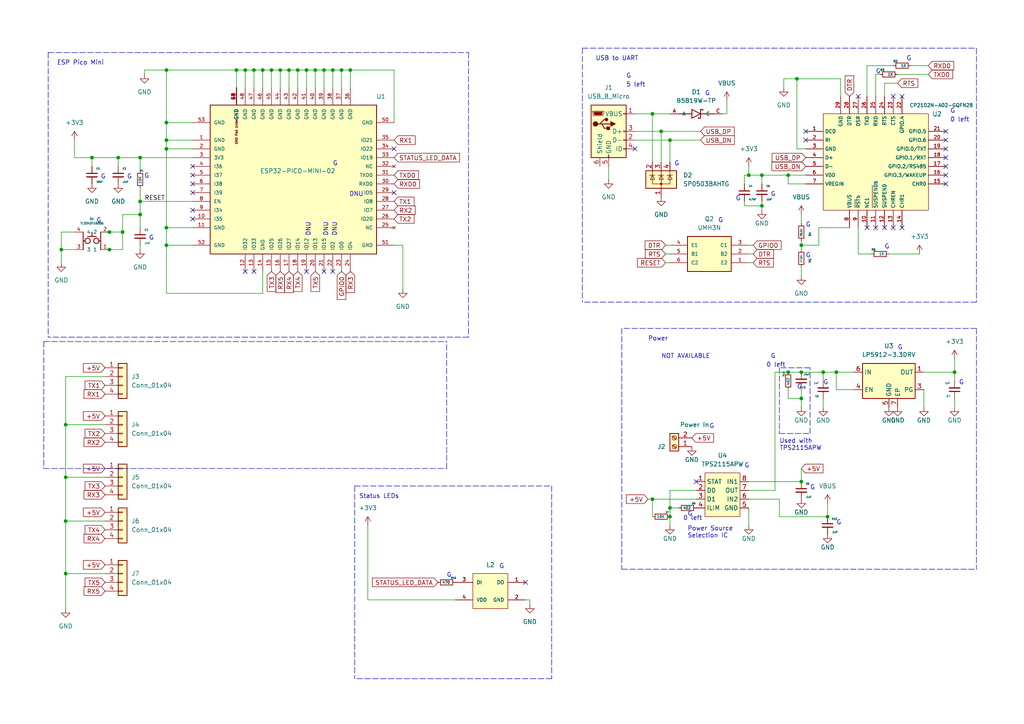
<source format=kicad_sch>
(kicad_sch (version 20211123) (generator eeschema)
  (paper "A4")
  (title_block (title "Kill Switch - Remote") (date "2023-04-12") (rev "1.1") (company "Created by: Greg Hulette") (comment 1 "- LoRa to WiFi Bridge") (comment 2 "- Buttons for Master Relay"))
  (junction (at 220.98 59.69))
  (junction (at 76.2 20.32))
  (junction (at 232.41 139.7))
  (junction (at 88.9 20.32))
  (junction (at 232.41 115.57))
  (junction (at 240.03 149.86))
  (junction (at 48.26 20.32))
  (junction (at 99.06 20.32))
  (junction (at 19.05 151.13))
  (junction (at 228.6 107.95))
  (junction (at 232.41 71.12))
  (junction (at 228.6 50.8))
  (junction (at 48.26 43.18))
  (junction (at 34.29 45.72))
  (junction (at 93.98 20.32))
  (junction (at 17.78 72.39))
  (junction (at 194.31 149.86))
  (junction (at 83.82 20.32))
  (junction (at 48.26 71.12))
  (junction (at 19.05 123.19))
  (junction (at 48.26 40.64))
  (junction (at 68.58 20.32))
  (junction (at 231.14 22.86))
  (junction (at 189.23 33.02))
  (junction (at 71.12 20.32))
  (junction (at 101.6 20.32))
  (junction (at 78.74 20.32))
  (junction (at 48.26 66.04))
  (junction (at 40.64 45.72))
  (junction (at 35.56 67.31))
  (junction (at 40.64 58.42))
  (junction (at 194.31 40.64))
  (junction (at 86.36 20.32))
  (junction (at 217.17 50.8))
  (junction (at 238.76 107.95))
  (junction (at 40.64 62.23))
  (junction (at 73.66 20.32))
  (junction (at 220.98 50.8))
  (junction (at 242.57 107.95))
  (junction (at 91.44 20.32))
  (junction (at 191.77 38.1))
  (junction (at 276.86 107.95))
  (junction (at 189.23 144.78))
  (junction (at 81.28 20.32))
  (junction (at 31.75 72.39))
  (junction (at 26.67 45.72))
  (junction (at 19.05 166.37))
  (junction (at 48.26 35.56))
  (junction (at 31.75 67.31))
  (junction (at 194.31 147.32))
  (junction (at 232.41 107.95))
  (junction (at 19.05 138.43))
  (junction (at 96.52 20.32))
  (no_connect (at 93.98 78.74))
  (no_connect (at 259.08 27.94))
  (no_connect (at 152.4 168.91))
  (no_connect (at 201.93 139.7))
  (no_connect (at 55.88 55.88))
  (no_connect (at 55.88 60.96))
  (no_connect (at 55.88 48.26))
  (no_connect (at 55.88 50.8))
  (no_connect (at 55.88 53.34))
  (no_connect (at 71.12 78.74))
  (no_connect (at 55.88 63.5))
  (no_connect (at 114.3 55.88))
  (no_connect (at 73.66 78.74))
  (no_connect (at 114.3 43.18))
  (no_connect (at 96.52 78.74))
  (no_connect (at 248.92 27.94))
  (no_connect (at 233.68 38.1))
  (no_connect (at 233.68 40.64))
  (no_connect (at 261.62 27.94))
  (no_connect (at 256.54 66.04))
  (no_connect (at 254 66.04))
  (no_connect (at 251.46 66.04))
  (no_connect (at 274.32 53.34))
  (no_connect (at 274.32 38.1))
  (no_connect (at 274.32 40.64))
  (no_connect (at 274.32 43.18))
  (no_connect (at 274.32 45.72))
  (no_connect (at 274.32 48.26))
  (no_connect (at 274.32 50.8))
  (no_connect (at 261.62 66.04))
  (no_connect (at 259.08 66.04))
  (no_connect (at 184.15 43.18))
  (no_connect (at 88.9 78.74))
  (polyline (pts (xy 135.89 15.24) (xy 135.89 97.79)))
  (polyline (pts (xy 102.87 140.97) (xy 160.02 140.97)))
  (polyline (pts (xy 226.06 106.68) (xy 226.06 125.73)))
  (wire (pts (xy 193.04 76.2) (xy 194.31 76.2)))
  (wire (pts (xy 228.6 115.57) (xy 232.41 115.57)))
  (wire (pts (xy 238.76 107.95) (xy 242.57 107.95)))
  (wire (pts (xy 40.64 45.72) (xy 34.29 45.72)))
  (wire (pts (xy 55.88 71.12) (xy 48.26 71.12)))
  (wire (pts (xy 215.9 58.42) (xy 215.9 59.69)))
  (wire (pts (xy 189.23 144.78) (xy 201.93 144.78)))
  (wire (pts (xy 254 27.94) (xy 254 21.59)))
  (wire (pts (xy 232.41 135.89) (xy 232.41 139.7)))
  (wire (pts (xy 256.54 27.94) (xy 256.54 24.13)))
  (wire (pts (xy 224.79 107.95) (xy 228.6 107.95)))
  (wire (pts (xy 217.17 152.4) (xy 217.17 147.32)))
  (wire (pts (xy 48.26 66.04) (xy 55.88 66.04)))
  (wire (pts (xy 71.12 20.32) (xy 71.12 25.4)))
  (polyline (pts (xy 12.7 99.06) (xy 129.54 99.06)))
  (polyline (pts (xy 168.91 13.97) (xy 283.21 13.97)))
  (wire (pts (xy 220.98 53.34) (xy 220.98 50.8)))
  (wire (pts (xy 93.98 20.32) (xy 96.52 20.32)))
  (wire (pts (xy 17.78 67.31) (xy 17.78 72.39)))
  (wire (pts (xy 218.44 73.66) (xy 217.17 73.66)))
  (wire (pts (xy 40.64 58.42) (xy 40.64 62.23)))
  (wire (pts (xy 232.41 77.47) (xy 232.41 80.01)))
  (wire (pts (xy 237.49 66.04) (xy 237.49 71.12)))
  (wire (pts (xy 209.55 33.02) (xy 210.82 33.02)))
  (wire (pts (xy 48.26 71.12) (xy 48.26 66.04)))
  (wire (pts (xy 48.26 43.18) (xy 48.26 40.64)))
  (wire (pts (xy 86.36 20.32) (xy 86.36 25.4)))
  (wire (pts (xy 48.26 20.32) (xy 48.26 35.56)))
  (wire (pts (xy 240.03 146.05) (xy 240.03 149.86)))
  (wire (pts (xy 194.31 147.32) (xy 194.31 149.86)))
  (wire (pts (xy 194.31 73.66) (xy 193.04 73.66)))
  (wire (pts (xy 189.23 33.02) (xy 189.23 46.99)))
  (polyline (pts (xy 283.21 95.25) (xy 283.21 165.1)))
  (wire (pts (xy 91.44 20.32) (xy 91.44 25.4)))
  (polyline (pts (xy 12.7 135.89) (xy 129.54 135.89)))
  (wire (pts (xy 88.9 20.32) (xy 91.44 20.32)))
  (wire (pts (xy 40.64 45.72) (xy 40.64 49.53)))
  (polyline (pts (xy 283.21 87.63) (xy 168.91 87.63)))
  (wire (pts (xy 19.05 151.13) (xy 19.05 166.37)))
  (wire (pts (xy 217.17 142.24) (xy 224.79 142.24)))
  (wire (pts (xy 48.26 40.64) (xy 55.88 40.64)))
  (wire (pts (xy 35.56 62.23) (xy 35.56 67.31)))
  (polyline (pts (xy 135.89 97.79) (xy 13.97 97.79)))
  (wire (pts (xy 228.6 50.8) (xy 220.98 50.8)))
  (wire (pts (xy 21.59 40.64) (xy 21.59 45.72)))
  (wire (pts (xy 201.93 142.24) (xy 194.31 142.24)))
  (wire (pts (xy 215.9 59.69) (xy 220.98 59.69)))
  (wire (pts (xy 30.48 138.43) (xy 19.05 138.43)))
  (wire (pts (xy 30.48 72.39) (xy 31.75 72.39)))
  (wire (pts (xy 19.05 138.43) (xy 19.05 151.13)))
  (wire (pts (xy 276.86 118.11) (xy 276.86 115.57)))
  (polyline (pts (xy 180.34 95.25) (xy 180.34 165.1)))
  (wire (pts (xy 264.16 19.05) (xy 269.24 19.05)))
  (wire (pts (xy 220.98 58.42) (xy 220.98 59.69)))
  (wire (pts (xy 232.41 71.12) (xy 232.41 72.39)))
  (wire (pts (xy 55.88 45.72) (xy 40.64 45.72)))
  (wire (pts (xy 86.36 20.32) (xy 88.9 20.32)))
  (wire (pts (xy 26.67 45.72) (xy 21.59 45.72)))
  (wire (pts (xy 17.78 72.39) (xy 21.59 72.39)))
  (wire (pts (xy 73.66 20.32) (xy 76.2 20.32)))
  (wire (pts (xy 153.67 173.99) (xy 152.4 173.99)))
  (polyline (pts (xy 168.91 13.97) (xy 168.91 87.63)))
  (wire (pts (xy 83.82 20.32) (xy 86.36 20.32)))
  (wire (pts (xy 48.26 20.32) (xy 68.58 20.32)))
  (wire (pts (xy 176.53 48.26) (xy 176.53 52.07)))
  (wire (pts (xy 71.12 20.32) (xy 73.66 20.32)))
  (wire (pts (xy 40.64 71.12) (xy 40.64 72.39)))
  (wire (pts (xy 233.68 50.8) (xy 228.6 50.8)))
  (wire (pts (xy 30.48 151.13) (xy 19.05 151.13)))
  (wire (pts (xy 247.65 113.03) (xy 242.57 113.03)))
  (wire (pts (xy 220.98 59.69) (xy 220.98 60.96)))
  (wire (pts (xy 184.15 40.64) (xy 194.31 40.64)))
  (wire (pts (xy 227.33 22.86) (xy 227.33 25.4)))
  (wire (pts (xy 40.64 54.61) (xy 40.64 58.42)))
  (wire (pts (xy 81.28 20.32) (xy 83.82 20.32)))
  (wire (pts (xy 238.76 110.49) (xy 238.76 107.95)))
  (wire (pts (xy 194.31 147.32) (xy 196.85 147.32)))
  (wire (pts (xy 19.05 123.19) (xy 19.05 138.43)))
  (wire (pts (xy 237.49 71.12) (xy 232.41 71.12)))
  (wire (pts (xy 267.97 107.95) (xy 276.86 107.95)))
  (wire (pts (xy 101.6 25.4) (xy 101.6 20.32)))
  (wire (pts (xy 76.2 78.74) (xy 76.2 85.09)))
  (wire (pts (xy 194.31 40.64) (xy 194.31 46.99)))
  (wire (pts (xy 17.78 72.39) (xy 17.78 76.2)))
  (wire (pts (xy 210.82 29.21) (xy 210.82 33.02)))
  (wire (pts (xy 76.2 25.4) (xy 76.2 20.32)))
  (wire (pts (xy 30.48 123.19) (xy 19.05 123.19)))
  (wire (pts (xy 26.67 45.72) (xy 26.67 48.26)))
  (wire (pts (xy 217.17 76.2) (xy 218.44 76.2)))
  (wire (pts (xy 231.14 22.86) (xy 227.33 22.86)))
  (wire (pts (xy 96.52 20.32) (xy 96.52 25.4)))
  (wire (pts (xy 226.06 144.78) (xy 226.06 149.86)))
  (wire (pts (xy 106.68 173.99) (xy 132.08 173.99)))
  (wire (pts (xy 194.31 142.24) (xy 194.31 147.32)))
  (wire (pts (xy 30.48 166.37) (xy 19.05 166.37)))
  (wire (pts (xy 68.58 20.32) (xy 68.58 25.4)))
  (wire (pts (xy 232.41 107.95) (xy 238.76 107.95)))
  (wire (pts (xy 228.6 107.95) (xy 232.41 107.95)))
  (wire (pts (xy 41.91 20.32) (xy 48.26 20.32)))
  (polyline (pts (xy 226.06 125.73) (xy 234.95 125.73)))
  (wire (pts (xy 242.57 107.95) (xy 247.65 107.95)))
  (wire (pts (xy 233.68 53.34) (xy 228.6 53.34)))
  (wire (pts (xy 224.79 107.95) (xy 224.79 142.24)))
  (wire (pts (xy 48.26 85.09) (xy 48.26 71.12)))
  (wire (pts (xy 276.86 104.14) (xy 276.86 107.95)))
  (wire (pts (xy 34.29 45.72) (xy 34.29 48.26)))
  (polyline (pts (xy 160.02 140.97) (xy 160.02 196.85)))
  (wire (pts (xy 184.15 33.02) (xy 189.23 33.02)))
  (wire (pts (xy 232.41 139.7) (xy 217.17 139.7)))
  (wire (pts (xy 99.06 20.32) (xy 101.6 20.32)))
  (wire (pts (xy 114.3 20.32) (xy 101.6 20.32)))
  (wire (pts (xy 78.74 20.32) (xy 78.74 25.4)))
  (wire (pts (xy 35.56 62.23) (xy 40.64 62.23)))
  (polyline (pts (xy 102.87 140.97) (xy 102.87 196.85)))
  (wire (pts (xy 96.52 20.32) (xy 99.06 20.32)))
  (wire (pts (xy 226.06 149.86) (xy 240.03 149.86)))
  (wire (pts (xy 116.84 71.12) (xy 116.84 83.82)))
  (wire (pts (xy 191.77 38.1) (xy 191.77 46.99)))
  (polyline (pts (xy 129.54 135.89) (xy 129.54 99.06)))
  (wire (pts (xy 233.68 43.18) (xy 231.14 43.18)))
  (polyline (pts (xy 180.34 165.1) (xy 283.21 165.1)))
  (wire (pts (xy 187.96 144.78) (xy 189.23 144.78)))
  (wire (pts (xy 153.67 175.26) (xy 153.67 173.99)))
  (wire (pts (xy 19.05 109.22) (xy 19.05 123.19)))
  (wire (pts (xy 81.28 20.32) (xy 81.28 25.4)))
  (wire (pts (xy 248.92 73.66) (xy 252.73 73.66)))
  (wire (pts (xy 35.56 67.31) (xy 35.56 72.39)))
  (wire (pts (xy 41.91 20.32) (xy 41.91 21.59)))
  (wire (pts (xy 251.46 27.94) (xy 251.46 19.05)))
  (wire (pts (xy 88.9 20.32) (xy 88.9 25.4)))
  (wire (pts (xy 232.41 62.23) (xy 232.41 64.77)))
  (wire (pts (xy 254 21.59) (xy 255.27 21.59)))
  (wire (pts (xy 232.41 113.03) (xy 232.41 115.57)))
  (wire (pts (xy 93.98 20.32) (xy 93.98 25.4)))
  (wire (pts (xy 31.75 67.31) (xy 35.56 67.31)))
  (wire (pts (xy 248.92 66.04) (xy 248.92 73.66)))
  (wire (pts (xy 217.17 48.26) (xy 217.17 50.8)))
  (wire (pts (xy 83.82 20.32) (xy 83.82 25.4)))
  (wire (pts (xy 40.64 58.42) (xy 55.88 58.42)))
  (wire (pts (xy 106.68 152.4) (xy 106.68 173.99)))
  (wire (pts (xy 30.48 67.31) (xy 31.75 67.31)))
  (wire (pts (xy 17.78 67.31) (xy 21.59 67.31)))
  (polyline (pts (xy 283.21 13.97) (xy 283.21 87.63)))
  (wire (pts (xy 243.84 27.94) (xy 243.84 22.86)))
  (wire (pts (xy 232.41 69.85) (xy 232.41 71.12)))
  (wire (pts (xy 215.9 50.8) (xy 217.17 50.8)))
  (wire (pts (xy 48.26 43.18) (xy 55.88 43.18)))
  (polyline (pts (xy 12.7 99.06) (xy 12.7 135.89)))
  (wire (pts (xy 91.44 20.32) (xy 93.98 20.32)))
  (wire (pts (xy 217.17 50.8) (xy 220.98 50.8)))
  (wire (pts (xy 73.66 20.32) (xy 73.66 25.4)))
  (wire (pts (xy 114.3 35.56) (xy 114.3 20.32)))
  (polyline (pts (xy 234.95 106.68) (xy 226.06 106.68)))
  (wire (pts (xy 257.81 73.66) (xy 266.7 73.66)))
  (wire (pts (xy 232.41 115.57) (xy 232.41 118.11)))
  (wire (pts (xy 217.17 144.78) (xy 226.06 144.78)))
  (polyline (pts (xy 283.21 95.25) (xy 180.34 95.25)))
  (wire (pts (xy 40.64 62.23) (xy 40.64 66.04)))
  (wire (pts (xy 55.88 35.56) (xy 48.26 35.56)))
  (wire (pts (xy 189.23 33.02) (xy 194.31 33.02)))
  (wire (pts (xy 184.15 38.1) (xy 191.77 38.1)))
  (wire (pts (xy 30.48 109.22) (xy 19.05 109.22)))
  (wire (pts (xy 78.74 20.32) (xy 81.28 20.32)))
  (wire (pts (xy 48.26 35.56) (xy 48.26 40.64)))
  (wire (pts (xy 189.23 144.78) (xy 189.23 149.86)))
  (polyline (pts (xy 160.02 196.85) (xy 102.87 196.85)))
  (wire (pts (xy 215.9 53.34) (xy 215.9 50.8)))
  (wire (pts (xy 34.29 45.72) (xy 26.67 45.72)))
  (wire (pts (xy 260.35 21.59) (xy 269.24 21.59)))
  (wire (pts (xy 191.77 38.1) (xy 203.2 38.1)))
  (wire (pts (xy 48.26 66.04) (xy 48.26 43.18)))
  (wire (pts (xy 231.14 43.18) (xy 231.14 22.86)))
  (polyline (pts (xy 234.95 125.73) (xy 234.95 106.68)))
  (wire (pts (xy 76.2 20.32) (xy 78.74 20.32)))
  (wire (pts (xy 76.2 85.09) (xy 48.26 85.09)))
  (wire (pts (xy 276.86 110.49) (xy 276.86 107.95)))
  (wire (pts (xy 256.54 24.13) (xy 260.35 24.13)))
  (wire (pts (xy 217.17 71.12) (xy 218.44 71.12)))
  (wire (pts (xy 242.57 113.03) (xy 242.57 107.95)))
  (wire (pts (xy 193.04 71.12) (xy 194.31 71.12)))
  (wire (pts (xy 194.31 149.86) (xy 194.31 152.4)))
  (polyline (pts (xy 13.97 15.24) (xy 135.89 15.24)))
  (wire (pts (xy 228.6 53.34) (xy 228.6 50.8)))
  (wire (pts (xy 237.49 66.04) (xy 246.38 66.04)))
  (wire (pts (xy 238.76 115.57) (xy 238.76 118.11)))
  (wire (pts (xy 31.75 72.39) (xy 35.56 72.39)))
  (wire (pts (xy 251.46 19.05) (xy 259.08 19.05)))
  (wire (pts (xy 68.58 20.32) (xy 71.12 20.32)))
  (wire (pts (xy 243.84 22.86) (xy 231.14 22.86)))
  (wire (pts (xy 194.31 40.64) (xy 203.2 40.64)))
  (wire (pts (xy 267.97 118.11) (xy 267.97 113.03)))
  (wire (pts (xy 99.06 20.32) (xy 99.06 25.4)))
  (wire (pts (xy 114.3 71.12) (xy 116.84 71.12)))
  (wire (pts (xy 19.05 166.37) (xy 19.05 176.53)))
  (polyline (pts (xy 13.97 15.24) (xy 13.97 97.79)))
  (wire (pts (xy 228.6 113.03) (xy 228.6 115.57)))
  (text "G" (at 215.9 135.89 0) (effects (font (size 1.27 1.27)) (justify left bottom)))
  (text "G" (at 254 21.59 0) (effects (font (size 1.27 1.27)) (justify left bottom)))
  (text "0 left" (at 275.59 35.56 0) (effects (font (size 1.27 1.27)) (justify left bottom)))
  (text "Power" (at 187.96 99.06 0) (effects (font (size 1.27 1.27)) (justify left bottom)))
  (text "G" (at 96.52 48.26 0) (effects (font (size 1.27 1.27)) (justify left bottom)))
  (text "G" (at 43.18 69.85 0) (effects (font (size 1.27 1.27)) (justify left bottom)))
  (text "DNU" (at 90.17 68.58 90) (effects (font (size 1.27 1.27)) (justify left bottom)))
  (text "G" (at 41.8215 51.8785 0) (effects (font (size 1.27 1.27)) (justify left bottom)))
  (text "G" (at 205.74 124.46 0) (effects (font (size 1.27 1.27)) (justify left bottom)))
  (text "G" (at 233.68 66.04 0) (effects (font (size 1.27 1.27)) (justify left bottom)))
  (text "DNU" (at 97.79 68.58 90) (effects (font (size 1.27 1.27)) (justify left bottom)))
  (text "G" (at 36.83 52.07 0) (effects (font (size 1.27 1.27)) (justify left bottom)))
  (text "G" (at 223.52 57.15 0) (effects (font (size 1.27 1.27)) (justify left bottom)))
  (text "G" (at 223.52 104.14 0) (effects (font (size 1.27 1.27)) (justify left bottom)))
  (text "G" (at 199.39 149.86 0) (effects (font (size 1.27 1.27)) (justify left bottom)))
  (text "G" (at 242.57 152.4 0) (effects (font (size 1.27 1.27)) (justify left bottom)))
  (text "G" (at 256.54 72.39 0) (effects (font (size 1.27 1.27)) (justify left bottom)))
  (text "ESP Pico Mini" (at 16.51 19.05 0) (effects (font (size 1.27 1.27)) (justify left bottom)))
  (text "G" (at 231.14 113.03 0) (effects (font (size 1.27 1.27)) (justify left bottom)))
  (text "G" (at 208.28 64.77 0) (effects (font (size 1.27 1.27)) (justify left bottom)))
  (text "G" (at 234.95 142.24 0) (effects (font (size 1.27 1.27)) (justify left bottom)))
  (text "NOT AVAILABLE" (at 191.77 104.14 0) (effects (font (size 1.27 1.27)) (justify left bottom)))
  (text "G" (at 262.89 17.78 0) (effects (font (size 1.27 1.27)) (justify left bottom)))
  (text "G" (at 27.94 64.77 0) (effects (font (size 1.27 1.27)) (justify left bottom)))
  (text "G" (at 181.61 22.86 0) (effects (font (size 1.27 1.27)) (justify left bottom)))
  (text "G" (at 204.47 27.94 0) (effects (font (size 1.27 1.27)) (justify left bottom)))
  (text "G" (at 213.36 58.42 0) (effects (font (size 1.27 1.27)) (justify left bottom)))
  (text "0 left" (at 198.12 151.13 0) (effects (font (size 1.27 1.27)) (justify left bottom)))
  (text "5 left" (at 181.61 25.4 0) (effects (font (size 1.27 1.27)) (justify left bottom)))
  (text "G" (at 233.68 74.93 0) (effects (font (size 1.27 1.27)) (justify left bottom)))
  (text "G" (at 29.21 52.07 0) (effects (font (size 1.27 1.27)) (justify left bottom)))
  (text "G" (at 144.78 165.1 0) (effects (font (size 1.27 1.27)) (justify left bottom)))
  (text "G" (at 238.76 111.76 0) (effects (font (size 1.27 1.27)) (justify left bottom)))
  (text "Power Source \nSelection IC" (at 199.39 156.21 0) (effects (font (size 1.27 1.27)) (justify left bottom)))
  (text "DNU" (at 95.25 68.58 90) (effects (font (size 1.27 1.27)) (justify left bottom)))
  (text "Status LEDs" (at 104.14 144.78 0) (effects (font (size 1.27 1.27)) (justify left bottom)))
  (text "Used with \nTPS2115APW" (at 226.06 130.81 0) (effects (font (size 1.27 1.27)) (justify left bottom)))
  (text "G" (at 129.54 167.64 0) (effects (font (size 1.27 1.27)) (justify left bottom)))
  (text "G" (at 195.58 48.26 0) (effects (font (size 1.27 1.27)) (justify left bottom)))
  (text "USB to UART" (at 172.72 17.78 0) (effects (font (size 1.27 1.27)) (justify left bottom)))
  (text "G" (at 278.13 111.76 0) (effects (font (size 1.27 1.27)) (justify left bottom)))
  (text "0 left" (at 222.25 106.68 0) (effects (font (size 1.27 1.27)) (justify left bottom)))
  (text "DNU" (at 105.41 57.15 180) (effects (font (size 1.27 1.27)) (justify right bottom)))
  (text "G" (at 260.35 101.6 0) (effects (font (size 1.27 1.27)) (justify left bottom)))
  (text "G" (at 275.59 33.02 0) (effects (font (size 1.27 1.27)) (justify left bottom)))
  (label "RESET" (at 41.91 58.42 0))
  (global_label "+5V" (shape input) (at 187.96 144.78 180) (property "Intersheet References" "${INTERSHEET_REFS}" (effects hide)))
  (global_label "RX5" (shape input) (at 30.48 171.45 180) (property "Intersheet References" "${INTERSHEET_REFS}" (effects hide)))
  (global_label "TXD0" (shape input) (at 114.3 50.8 0) (property "Intersheet References" "${INTERSHEET_REFS}" (effects hide)))
  (global_label "TXD0" (shape input) (at 269.24 21.59 0) (property "Intersheet References" "${INTERSHEET_REFS}" (effects hide)))
  (global_label "TX2" (shape input) (at 114.3 63.5 0) (property "Intersheet References" "${INTERSHEET_REFS}" (effects hide)))
  (global_label "+5V" (shape input) (at 232.41 135.89 0) (property "Intersheet References" "${INTERSHEET_REFS}" (effects hide)))
  (global_label "GPIO0" (shape input) (at 218.44 71.12 0) (property "Intersheet References" "${INTERSHEET_REFS}" (effects hide)))
  (global_label "GPIO0" (shape input) (at 99.06 78.74 270) (property "Intersheet References" "${INTERSHEET_REFS}" (effects hide)))
  (global_label "TX1" (shape input) (at 30.48 111.76 180) (property "Intersheet References" "${INTERSHEET_REFS}" (effects hide)))
  (global_label "RX1" (shape input) (at 30.48 114.3 180) (property "Intersheet References" "${INTERSHEET_REFS}" (effects hide)))
  (global_label "TX2" (shape input) (at 30.48 125.73 180) (property "Intersheet References" "${INTERSHEET_REFS}" (effects hide)))
  (global_label "RX4" (shape input) (at 30.48 156.21 180) (property "Intersheet References" "${INTERSHEET_REFS}" (effects hide)))
  (global_label "+5V" (shape input) (at 30.48 120.65 180) (property "Intersheet References" "${INTERSHEET_REFS}" (effects hide)))
  (global_label "+5V" (shape input) (at 30.48 135.89 180) (property "Intersheet References" "${INTERSHEET_REFS}" (effects hide)))
  (global_label "RTS" (shape input) (at 218.44 76.2 0) (property "Intersheet References" "${INTERSHEET_REFS}" (effects hide)))
  (global_label "DTR" (shape input) (at 193.04 71.12 180) (property "Intersheet References" "${INTERSHEET_REFS}" (effects hide)))
  (global_label "USB_DP" (shape input) (at 203.2 38.1 0) (property "Intersheet References" "${INTERSHEET_REFS}" (effects hide)))
  (global_label "TX1" (shape input) (at 114.3 58.42 0) (property "Intersheet References" "${INTERSHEET_REFS}" (effects hide)))
  (global_label "USB_DN" (shape input) (at 233.68 48.26 180) (property "Intersheet References" "${INTERSHEET_REFS}" (effects hide)))
  (global_label "USB_DN" (shape input) (at 203.2 40.64 0) (property "Intersheet References" "${INTERSHEET_REFS}" (effects hide)))
  (global_label "STATUS_LED_DATA" (shape input) (at 127 168.91 180) (property "Intersheet References" "${INTERSHEET_REFS}" (effects hide)))
  (global_label "RX3" (shape input) (at 30.48 143.51 180) (property "Intersheet References" "${INTERSHEET_REFS}" (effects hide)))
  (global_label "TX3" (shape input) (at 30.48 140.97 180) (property "Intersheet References" "${INTERSHEET_REFS}" (effects hide)))
  (global_label "RTS" (shape input) (at 193.04 73.66 180) (property "Intersheet References" "${INTERSHEET_REFS}" (effects hide)))
  (global_label "RXD0" (shape input) (at 114.3 53.34 0) (property "Intersheet References" "${INTERSHEET_REFS}" (effects hide)))
  (global_label "DTR" (shape input) (at 218.44 73.66 0) (property "Intersheet References" "${INTERSHEET_REFS}" (effects hide)))
  (global_label "+5V" (shape input) (at 30.48 106.68 180) (property "Intersheet References" "${INTERSHEET_REFS}" (effects hide)))
  (global_label "TX4" (shape input) (at 86.36 78.74 270) (property "Intersheet References" "${INTERSHEET_REFS}" (effects hide)))
  (global_label "STATUS_LED_DATA" (shape input) (at 114.3 45.72 0) (property "Intersheet References" "${INTERSHEET_REFS}" (effects hide)))
  (global_label "RESET" (shape input) (at 193.04 76.2 180) (property "Intersheet References" "${INTERSHEET_REFS}" (effects hide)))
  (global_label "RXD0" (shape input) (at 269.24 19.05 0) (property "Intersheet References" "${INTERSHEET_REFS}" (effects hide)))
  (global_label "RTS" (shape input) (at 260.35 24.13 0) (property "Intersheet References" "${INTERSHEET_REFS}" (effects hide)))
  (global_label "+5V" (shape input) (at 30.48 148.59 180) (property "Intersheet References" "${INTERSHEET_REFS}" (effects hide)))
  (global_label "TX3" (shape input) (at 78.74 78.74 270) (property "Intersheet References" "${INTERSHEET_REFS}" (effects hide)))
  (global_label "RX3" (shape input) (at 101.6 78.74 270) (property "Intersheet References" "${INTERSHEET_REFS}" (effects hide)))
  (global_label "RX2" (shape input) (at 30.48 128.27 180) (property "Intersheet References" "${INTERSHEET_REFS}" (effects hide)))
  (global_label "DTR" (shape input) (at 246.38 27.94 90) (property "Intersheet References" "${INTERSHEET_REFS}" (effects hide)))
  (global_label "TX4" (shape input) (at 30.48 153.67 180) (property "Intersheet References" "${INTERSHEET_REFS}" (effects hide)))
  (global_label "USB_DP" (shape input) (at 233.68 45.72 180) (property "Intersheet References" "${INTERSHEET_REFS}" (effects hide)))
  (global_label "RX1" (shape input) (at 114.3 40.64 0) (property "Intersheet References" "${INTERSHEET_REFS}" (effects hide)))
  (global_label "+5V" (shape input) (at 200.66 127 0) (property "Intersheet References" "${INTERSHEET_REFS}" (effects hide)))
  (global_label "+5V" (shape input) (at 30.48 163.83 180) (property "Intersheet References" "${INTERSHEET_REFS}" (effects hide)))
  (global_label "TX5" (shape input) (at 30.48 168.91 180) (property "Intersheet References" "${INTERSHEET_REFS}" (effects hide)))
  (global_label "RX5" (shape input) (at 81.28 78.74 270) (property "Intersheet References" "${INTERSHEET_REFS}" (effects hide)))
  (global_label "RX4" (shape input) (at 83.82 78.74 270) (property "Intersheet References" "${INTERSHEET_REFS}" (effects hide)))
  (global_label "RX2" (shape input) (at 114.3 60.96 0) (property "Intersheet References" "${INTERSHEET_REFS}" (effects hide)))
  (global_label "TX5" (shape input) (at 91.44 78.74 270) (property "Intersheet References" "${INTERSHEET_REFS}" (effects hide)))
  (symbol (lib_id "power:GND") (at 41.91 21.59 0) (unit 1)
    (property "Reference" "#PWR0136" (effects hide))
    (property "Value" "GND" (at 41.91 26.67 0))
  )
  (symbol (lib_id "power:GND") (at 217.17 152.4 0) (unit 1)
    (property "Reference" "#PWR0110" (effects hide))
    (property "Value" "GND" (at 217.17 156.21 0))
  )
  (symbol (lib_id "power:GND") (at 227.33 25.4 0) (unit 1)
    (property "Reference" "#PWR0108" (effects hide))
    (property "Value" "GND" (at 227.33 30.48 0))
  )
  (symbol (lib_id "Device:C_Small") (at 40.64 68.58 0) (unit 1)
    (property "Reference" "C3" (at 41.91 66.6813 0) (effects (font (size 0.5 0.5)) (justify left)))
    (property "Value" ".1uF" (at 41.91 70.4913 0) (effects (font (size 0.5 0.5)) (justify left)))
    (property "Footprint" "Capacitor_SMD:C_0402_1005Metric" (effects hide))
    (property "Datasheet" "https://www.we-online.com/katalog/datasheet/885012206020.pdf" (effects hide))
    (property "Manufacturers Name" " Samsung Electro-Mechanics" (effects hide))
    (property "Manufacturers Part Number" "CL05B104KB54PNC" (effects hide))
    (property "LCSC" "C307331" (effects hide))
  )
  (symbol (lib_id "Connector_Generic:Conn_01x04") (at 35.56 123.19 0) (unit 1)
    (property "Reference" "J4" (at 38.1 123.1899 0) (effects (justify left)))
    (property "Value" "Conn_01x04" (at 38.1 125.7299 0) (effects (justify left)))
    (property "Footprint" "Connector_PinHeader_2.54mm:PinHeader_1x04_P2.54mm_Vertical" (effects hide))
    (property "LCSC" "C2691448" (effects hide))
    (property "Manufacturer" "XFCN" (effects hide))
    (property "Manufacturer's Part Number" "PZ254V-11-04P" (effects hide))
  )
  (symbol (lib_id "power:GND") (at 220.98 60.96 0) (unit 1)
    (property "Reference" "#PWR0105" (effects hide))
    (property "Value" "GND" (at 220.98 64.77 0))
  )
  (symbol (lib_id "Device:C_Small") (at 220.98 55.88 0) (unit 1)
    (property "Reference" "C5" (at 222.25 53.9813 0) (effects (font (size 0.5 0.5)) (justify left)))
    (property "Value" ".1uF" (at 222.25 57.7913 0) (effects (font (size 0.5 0.5)) (justify left)))
    (property "Footprint" "Capacitor_SMD:C_0402_1005Metric" (effects hide))
    (property "Datasheet" "https://www.we-online.com/katalog/datasheet/885012206020.pdf" (effects hide))
    (property "Manufacturers Name" "Samsung Electro-Mechanics" (effects hide))
    (property "Manufacturers Part Number" "CL05B104KB54PNC" (effects hide))
    (property "LCSC" "C307331" (effects hide))
  )
  (symbol (lib_id "Regulator_Linear:LP5912-3.3DRV") (at 257.81 110.49 0) (unit 1)
    (property "Reference" "U3" (at 257.81 100.33 0))
    (property "Value" "LP5912-3.3DRV" (at 257.81 102.87 0))
    (property "Footprint" "Package_SON:WSON-6-1EP_2x2mm_P0.65mm_EP1x1.6mm_ThermalVias" (effects hide))
    (property "Datasheet" "http://www.ti.com/lit/ds/symlink/lp5912.pdf" (effects hide))
    (property "Manufacturers Name" "Texas Instruments" (effects hide))
    (property "Manufacturers Part Number" "LP5912Q3.3DRVTQ1" (effects hide))
    (property "LCSC" "C2876187" (effects hide))
  )
  (symbol (lib_id "Device:R_Small") (at 129.54 168.91 270) (unit 1)
    (property "Reference" "R16" (at 130.8101 167.64 90) (effects (font (size 0.5 0.5)) (justify left)))
    (property "Value" "470" (at 128.2701 168.91 90) (effects (font (size 0.75 0.75)) (justify left)))
    (property "Footprint" "Resistor_SMD:R_0402_1005Metric" (effects hide))
    (property "Datasheet" "https://www.yageo.com/upload/media/product/productsearch/datasheet/rchip/PYu-RC_Group_51_RoHS_L_12.pdf" (effects hide))
    (property "Manufacturers Name" "YAGEO" (effects hide))
    (property "Manufacturers Part Number" "RT0402BRD07470RL" (effects hide))
    (property "LCSC" "C852799" (effects hide))
  )
  (symbol (lib_id "Device:C_Small") (at 240.03 152.4 0) (unit 1)
    (property "Reference" "C12" (at 241.3 150.5013 0) (effects (font (size 0.5 0.5)) (justify left)))
    (property "Value" ".1uF" (at 241.3 154.3113 0) (effects (font (size 0.5 0.5)) (justify left)))
    (property "Footprint" "Capacitor_SMD:C_0402_1005Metric" (effects hide))
    (property "Datasheet" "https://www.we-online.com/katalog/datasheet/885012206020.pdf" (effects hide))
    (property "Manufacturers Name" "Samsung Electro-Mechanics" (effects hide))
    (property "Manufacturers Part Number" "CL05B104KB54PNC" (effects hide))
    (property "LCSC" "C307331" (effects hide))
  )
  (symbol (lib_id "power:+3.3V") (at 106.68 152.4 0) (unit 1)
    (property "Reference" "#PWR0130" (effects hide))
    (property "Value" "+3.3V" (at 106.68 147.32 0))
  )
  (symbol (lib_id "power:GND") (at 257.81 118.11 0) (unit 1)
    (property "Reference" "#PWR0121" (effects hide))
    (property "Value" "GND" (at 257.81 121.92 0))
  )
  (symbol (lib_id "power:GND") (at 153.67 175.26 0) (unit 1)
    (property "Reference" "#PWR0128" (effects hide))
    (property "Value" "GND" (at 153.67 180.34 0))
  )
  (symbol (lib_id "power:GND") (at 191.77 57.15 0) (unit 1)
    (property "Reference" "#PWR0103" (effects hide))
    (property "Value" "GND" (at 191.77 62.23 0))
  )
  (symbol (lib_id "Custom:CP2102N-A02-GQFN28") (at 254 45.72 0) (unit 1)
    (property "Reference" "U2" (at 271.78 33.0706 0))
    (property "Value" "CP2102N-A02-GQFN28" (at 273.05 30.5307 0) (effects (font (size 1.016 1.016))))
    (property "Footprint" "Package_DFN_QFN:QFN-28-1EP_5x5mm_P0.5mm_EP3.35x3.35mm" (effects hide))
    (property "Manufacturers Name" "Silicon Labs" (effects hide))
    (property "Manufacturers Part Number" "CP2102N-A02-GQFN28" (effects hide))
    (property "Digikey Part Number" "336-5889-ND" (effects hide))
    (property "Mouser Part Number" "634-CP2102NA02GQFN28 " (effects hide))
    (property "LCSC" "C964632" (effects hide))
  )
  (symbol (lib_id "Device:R_Small") (at 232.41 74.93 0) (unit 1)
    (property "Reference" "R5" (at 234.95 76.1999 90) (effects (font (size 0.6 0.6)) (justify left)))
    (property "Value" "47.5K" (at 232.41 76.1999 90) (effects (font (size 0.5 0.5)) (justify left)))
    (property "Footprint" "Resistor_SMD:R_0402_1005Metric" (effects hide))
    (property "Datasheet" "https://www.yageo.com/upload/media/product/productsearch/datasheet/rchip/PYu-RC_Group_51_RoHS_L_12.pdf" (effects hide))
    (property "Manufacturers Name" "YAGEO" (effects hide))
    (property "Manufacturers Part Number" "RC0402FR-0747K5L" (effects hide))
    (property "Digikey Part Number" "311-47.5KLRCT-ND" (effects hide))
    (property "Mouser Part Number" "603-RC0402FR-0747K5L " (effects hide))
    (property "LCSC" "C319605" (effects hide))
  )
  (symbol (lib_id "power:VBUS") (at 240.03 146.05 0) (unit 1)
    (property "Reference" "#PWR0118" (effects hide))
    (property "Value" "VBUS" (at 240.03 140.97 0))
  )
  (symbol (lib_id "Power_Protection:SP0503BAHT") (at 191.77 52.07 0) (unit 1)
    (property "Reference" "D2" (at 198.12 50.7999 0) (effects (justify left)))
    (property "Value" "SP0503BAHTG" (at 198.12 53.3399 0) (effects (justify left)))
    (property "Footprint" "Package_TO_SOT_SMD:SOT-143" (effects hide))
    (property "Datasheet" "http://www.littelfuse.com/~/media/files/littelfuse/technical%20resources/documents/data%20sheets/sp05xxba.pdf" (effects hide))
    (property "Manufacturers Name" "Littelfuse Inc." (effects hide))
    (property "Manufacturers Part Number" "SP0503BAHTG" (effects hide))
    (property "Digikey Part Number" "F2715CT-ND" (effects hide))
    (property "Mouser Part Number" "576-SP0503BAHTG " (effects hide))
    (property "LCSC" "C7074" (effects hide))
  )
  (symbol (lib_id "Custom:TPS2115APW") (at 209.55 142.24 0) (unit 1)
    (property "Reference" "U4" (at 209.55 132.08 0))
    (property "Value" "TPS2115APW" (at 209.55 134.62 0))
    (property "Footprint" "Package_SO:TSSOP-8_4.4x3mm_P0.65mm" (effects hide))
    (property "Datasheet" "https://www.ti.com/general/docs/suppproductinfo.tsp?distId=10&gotoUrl=https%3A%2F%2Fwww.ti.com%2Flit%2Fgpn%2Ftps2114a" (effects hide))
    (property "Manufacturers Name" "Texas Instruments" (effects hide))
    (property "Manufacturers Part Number" "TPS2115APWR" (effects hide))
    (property "Digikey Part Number" "296-26918-5-ND" (effects hide))
    (property "Mouser Part Number" "595-TPS2115APW " (effects hide))
    (property "LCSC" "C70287" (effects hide))
  )
  (symbol (lib_id "power:GND") (at 232.41 80.01 0) (unit 1)
    (property "Reference" "#PWR0104" (effects hide))
    (property "Value" "GND" (at 232.41 85.09 0))
  )
  (symbol (lib_id "power:GND") (at 267.97 118.11 0) (unit 1)
    (property "Reference" "#PWR0119" (effects hide))
    (property "Value" "GND" (at 267.97 121.92 0))
  )
  (symbol (lib_id "power:GND") (at 260.35 118.11 0) (unit 1)
    (property "Reference" "#PWR0120" (effects hide))
    (property "Value" "GND" (at 260.35 121.92 0))
  )
  (symbol (lib_id "power:GND") (at 40.64 72.39 0) (unit 1)
    (property "Reference" "#PWR0138" (effects hide))
    (property "Value" "GND" (at 40.64 77.47 0))
  )
  (symbol (lib_id "Device:C_Small") (at 26.67 50.8 0) (unit 1)
    (property "Reference" "C1" (at 27.94 48.9013 0) (effects (font (size 0.5 0.5)) (justify left)))
    (property "Value" "10uF" (at 27.94 52.7113 0) (effects (font (size 0.5 0.5)) (justify left)))
    (property "Footprint" "Capacitor_SMD:C_0805_2012Metric" (effects hide))
    (property "Datasheet" "https://www.we-online.com/katalog/datasheet/885012107014.pdf" (effects hide))
    (property "Manufacturers Name" "Würth Elektronik" (effects hide))
    (property "Manufacturers Part Number" "CS2012X7R106K100NRE" (effects hide))
    (property "LCSC" "C1222438" (effects hide))
    (property "Manufacturer's Part Number" "CS2012X7R106K100NRE" (effects hide))
  )
  (symbol (lib_id "Device:C_Small") (at 232.41 142.24 0) (unit 1)
    (property "Reference" "C9" (at 233.68 140.3413 0) (effects (font (size 0.5 0.5)) (justify left)))
    (property "Value" ".1uF" (at 233.68 144.1513 0) (effects (font (size 0.5 0.5)) (justify left)))
    (property "Footprint" "Capacitor_SMD:C_0402_1005Metric" (effects hide))
    (property "Manufacturers Name" "Samsung Electro-Mechanics" (effects hide))
    (property "Manufacturers Part Number" "CL05B104KB54PNC" (effects hide))
    (property "LCSC" "C307331 " (effects hide))
  )
  (symbol (lib_id "power:GND") (at 238.76 118.11 0) (unit 1)
    (property "Reference" "#PWR0116" (effects hide))
    (property "Value" "GND" (at 238.76 121.92 0))
  )
  (symbol (lib_id "Device:C_Small") (at 276.86 113.03 180) (unit 1)
    (property "Reference" "C7" (at 275.59 114.9287 0) (effects (font (size 0.5 0.5)) (justify left)))
    (property "Value" "1uF" (at 275.59 111.1187 0) (effects (font (size 0.5 0.5)) (justify left)))
    (property "Footprint" "Capacitor_SMD:C_0603_1608Metric" (effects hide))
    (property "Manufacturers Name" "Murata Electronics" (effects hide))
    (property "Manufacturers Part Number" "GRM188B31H105KAALD" (effects hide))
    (property "LCSC" "C913562" (effects hide))
  )
  (symbol (lib_id "Device:R_Small") (at 257.81 21.59 90) (unit 1)
    (property "Reference" "R3" (at 256.5399 20.32 90) (effects (font (size 0.6 0.6)) (justify left)))
    (property "Value" "1K" (at 259.0799 21.59 90) (effects (font (size 0.75 0.75)) (justify left)))
    (property "Footprint" "Resistor_SMD:R_0402_1005Metric" (effects hide))
    (property "Datasheet" "https://www.yageo.com/upload/media/product/productsearch/datasheet/rchip/PYu-RC_Group_51_RoHS_L_12.pdf" (effects hide))
    (property "Manufacturers Name" "YAGEO" (effects hide))
    (property "Manufacturers Part Number" "RC0402JR-071KL" (effects hide))
    (property "Digikey Part Number" "311-1.0KJRCT-ND" (effects hide))
    (property "Mouser Part Number" "603-RC0402JR-071KL " (effects hide))
    (property "LCSC" "C105637" (effects hide))
  )
  (symbol (lib_id "power:GND") (at 276.86 118.11 0) (unit 1)
    (property "Reference" "#PWR0112" (effects hide))
    (property "Value" "GND" (at 276.86 121.92 0))
  )
  (symbol (lib_id "Device:C_Small") (at 238.76 113.03 180) (unit 1)
    (property "Reference" "C6" (at 237.49 114.9287 0) (effects (font (size 0.5 0.5)) (justify left)))
    (property "Value" "1uF" (at 237.49 111.1187 0) (effects (font (size 0.5 0.5)) (justify left)))
    (property "Footprint" "Capacitor_SMD:C_0603_1608Metric" (effects hide))
    (property "Manufacturers Name" "Murata Electronics" (effects hide))
    (property "Manufacturers Part Number" "GRM188B31H105KAALD" (effects hide))
    (property "LCSC" "C913562" (effects hide))
  )
  (symbol (lib_id "Device:R_Small") (at 255.27 73.66 90) (unit 1)
    (property "Reference" "R6" (at 253.9999 72.39 90) (effects (font (size 0.6 0.6)) (justify left)))
    (property "Value" "1K" (at 256.5399 73.66 90) (effects (font (size 0.75 0.75)) (justify left)))
    (property "Footprint" "Resistor_SMD:R_0402_1005Metric" (effects hide))
    (property "Datasheet" "https://www.yageo.com/upload/media/product/productsearch/datasheet/rchip/PYu-RC_Group_51_RoHS_L_12.pdf" (effects hide))
    (property "Manufacturers Name" "YAGEO" (effects hide))
    (property "Manufacturers Part Number" "RC0402JR-071KL" (effects hide))
    (property "Digikey Part Number" "311-1.0KJRCT-ND" (effects hide))
    (property "Mouser Part Number" "603-RC0402JR-071KL " (effects hide))
    (property "LCSC" "C105637" (effects hide))
  )
  (symbol (lib_id "power:VBUS") (at 232.41 62.23 0) (unit 1)
    (property "Reference" "#PWR0109" (effects hide))
    (property "Value" "VBUS" (at 232.41 57.15 0))
  )
  (symbol (lib_id "power:GND") (at 19.05 176.53 0) (unit 1)
    (property "Reference" "#PWR0122" (effects hide))
    (property "Value" "GND" (at 19.05 181.61 0))
  )
  (symbol (lib_id "Device:R_Small") (at 191.77 149.86 270) (unit 1)
    (property "Reference" "R7" (at 193.0401 148.59 90) (effects (font (size 0.5 0.5)) (justify left)))
    (property "Value" "10K" (at 190.5001 149.86 90) (effects (font (size 0.75 0.75)) (justify left)))
    (property "Footprint" "Resistor_SMD:R_0402_1005Metric" (effects hide))
    (property "Manufacturers Name" "Viking Tech " (effects hide))
    (property "Manufacturers Part Number" "AR02DTC1002" (effects hide))
    (property "LCSC" "C414854" (effects hide))
  )
  (symbol (lib_id "Connector:USB_B_Micro") (at 176.53 38.1 0) (unit 1)
    (property "Reference" "J1" (at 176.53 25.4 0))
    (property "Value" "USB_B_Micro" (at 176.53 27.94 0))
    (property "Footprint" "Connector_USB:USB_Micro-B_Amphenol_10118194_Horizontal" (effects hide))
    (property "Datasheet" "https://www.amphenol-cs.com/media/wysiwyg/files/drawing/10118194.pdf" (effects hide))
    (property "Manufacturers Name" "Amphenol ICC (FCI)" (effects hide))
    (property "Manufacturers Part Number" "10118194-0001LF" (effects hide))
    (property "Digikey Part Number" "609-4618-1-ND" (effects hide))
    (property "Mouser Part Number" "649-10118194-0001LF " (effects hide))
    (property "LCSC" "C132563" (effects hide))
  )
  (symbol (lib_id "Connector_Generic:Conn_01x04") (at 35.56 166.37 0) (unit 1)
    (property "Reference" "J7" (at 38.1 166.3699 0) (effects (justify left)))
    (property "Value" "Conn_01x04" (at 38.1 168.9099 0) (effects (justify left)))
    (property "Footprint" "Connector_PinHeader_2.54mm:PinHeader_1x04_P2.54mm_Vertical" (effects hide))
    (property "LCSC" "C2691448" (effects hide))
    (property "Manufacturer" "XFCN" (effects hide))
    (property "Manufacturer's Part Number" "PZ254V-11-04P" (effects hide))
  )
  (symbol (lib_id "power:GND") (at 17.78 76.2 0) (unit 1)
    (property "Reference" "#PWR0139" (effects hide))
    (property "Value" "GND" (at 17.78 81.28 0))
  )
  (symbol (lib_id "Device:R_Small") (at 199.39 147.32 270) (unit 1)
    (property "Reference" "R9" (at 200.6601 146.05 90) (effects (font (size 0.5 0.5)) (justify left)))
    (property "Value" "402" (at 198.1201 147.32 90) (effects (font (size 0.75 0.75)) (justify left)))
    (property "Footprint" "Resistor_SMD:R_0402_1005Metric" (effects hide))
    (property "Manufacturers Name" "Meritek" (effects hide))
    (property "Manufacturers Part Number" "CR204000F" (effects hide))
    (property "LCSC" "C41042" (effects hide))
  )
  (symbol (lib_id "Device:C_Small") (at 34.29 50.8 0) (unit 1)
    (property "Reference" "C2" (at 35.56 48.9013 0) (effects (font (size 0.5 0.5)) (justify left)))
    (property "Value" ".1uF" (at 35.56 52.7113 0) (effects (font (size 0.5 0.5)) (justify left)))
    (property "Footprint" "Capacitor_SMD:C_0402_1005Metric" (effects hide))
    (property "Datasheet" "https://www.we-online.com/katalog/datasheet/885012206020.pdf" (effects hide))
    (property "Manufacturers Name" " Samsung Electro-Mechanics" (effects hide))
    (property "Manufacturers Part Number" "CL05B104KB54PNC" (effects hide))
    (property "LCSC" "C307331" (effects hide))
  )
  (symbol (lib_id "Device:R_Small") (at 228.6 110.49 0) (unit 1)
    (property "Reference" "R10" (at 227.33 109.2199 90) (effects (font (size 0.5 0.5)) (justify left)))
    (property "Value" "402" (at 228.6 111.7599 90) (effects (font (size 0.75 0.75)) (justify left)))
    (property "Footprint" "Resistor_SMD:R_0402_1005Metric" (effects hide))
    (property "Manufacturers Name" "Meritek" (effects hide))
    (property "Manufacturers Part Number" "CR204000F" (effects hide))
    (property "LCSC" "C41042" (effects hide))
  )
  (symbol (lib_id "Device:R_Small") (at 232.41 67.31 0) (unit 1)
    (property "Reference" "R4" (at 234.95 68.5799 90) (effects (font (size 0.6 0.6)) (justify left)))
    (property "Value" "22.1K" (at 232.41 68.5799 90) (effects (font (size 0.5 0.5)) (justify left)))
    (property "Footprint" "Resistor_SMD:R_0402_1005Metric" (effects hide))
    (property "Datasheet" "https://www.yageo.com/upload/media/product/productsearch/datasheet/rchip/PYu-RC_Group_51_RoHS_L_12.pdf" (effects hide))
    (property "Manufacturers Name" "YAGEO" (effects hide))
    (property "Manufacturers Part Number" "RC0402JR-0722KL" (effects hide))
    (property "Digikey Part Number" "311-22KJRCT-ND" (effects hide))
    (property "Mouser Part Number" "603-RC0402JR-0722KL " (effects hide))
    (property "LCSC" "C137898" (effects hide))
  )
  (symbol (lib_id "Custom:UMH3N") (at 194.31 71.12 0) (unit 1)
    (property "Reference" "Q2" (at 205.74 63.5 0))
    (property "Value" "UMH3N" (at 205.74 66.04 0))
    (property "Footprint" "Custom:SOT65P230X110-6N" (effects hide))
    (property "Datasheet" "https://www.mouser.com/datasheet/2/348/umh3ntn-e-1872947.pdf" (effects hide))
    (property "MANUFACTURER_PART_NUMBER" "UMH3N" (effects hide))
    (property "MANUFACTURER_NAME" "Changjiang Electronics Tech (CJ)" (effects hide))
    (property "HEIGHT" "1.1mm" (effects hide))
    (property "DESCRIPTION" "2 NPN pre-biased (Dual) 100mA 50V SC-70-6(SOT-363) Digital Transistors RoHS" (effects hide))
    (property "Manufacturers Name" "ROHM Semiconductor" (effects hide))
    (property "Manufacturers Part Number" "UMH3NTN " (effects hide))
    (property "Digikey Part Number" "UMH3NTNCT-ND" (effects hide))
    (property "Mouser Part Number" "755-UMH3NTN " (effects hide))
    (property "LCSC" "C123008" (effects hide))
  )
  (symbol (lib_id "power:GND") (at 26.67 53.34 0) (unit 1)
    (property "Reference" "#PWR0134" (effects hide))
    (property "Value" "GND" (at 26.67 58.42 0))
  )
  (symbol (lib_id "Device:R_Small") (at 261.62 19.05 90) (unit 1)
    (property "Reference" "R2" (at 260.3499 17.78 90) (effects (font (size 0.6 0.6)) (justify left)))
    (property "Value" "1K" (at 262.8899 19.05 90) (effects (font (size 0.75 0.75)) (justify left)))
    (property "Footprint" "Resistor_SMD:R_0402_1005Metric" (effects hide))
    (property "Datasheet" "https://www.yageo.com/upload/media/product/productsearch/datasheet/rchip/PYu-RC_Group_51_RoHS_L_12.pdf" (effects hide))
    (property "Manufacturers Name" "YAGEO" (effects hide))
    (property "Manufacturers Part Number" "RC0402JR-071KL" (effects hide))
    (property "Digikey Part Number" "311-1.0KJRCT-ND" (effects hide))
    (property "Mouser Part Number" "603-RC0402JR-071KL " (effects hide))
    (property "LCSC" "C105637" (effects hide))
  )
  (symbol (lib_id "Custom:B5819W-TP") (at 201.93 33.02 0) (unit 1)
    (property "Reference" "D1" (at 201.93 26.67 0))
    (property "Value" "B5819W-TP" (at 201.93 29.21 0))
    (property "Footprint" "Custom:SOD3716X135N" (effects hide))
    (property "Datasheet" "https://www.mccsemi.com/pdf/Products/B5817W-B5819W(SOD-123).pdf" (effects hide))
    (property "MANUFACTURER" "Micro Commercial Components" (effects hide))
    (property "Manufacturers Name" "Micro Commercial Co" (effects hide))
    (property "Manufacturers Part Number" "B5819W-TP" (effects hide))
    (property "Digikey Part Number" "B5819W-TPMSCT-ND" (effects hide))
    (property "Mouser Part Number" "833-B5819W-TP " (effects hide))
    (property "LCSC" "C84354" (effects hide))
  )
  (symbol (lib_id "power:GND") (at 232.41 144.78 0) (unit 1)
    (property "Reference" "#PWR0114" (effects hide))
    (property "Value" "GND" (at 232.41 148.59 0))
  )
  (symbol (lib_id "power:GND") (at 116.84 83.82 0) (unit 1)
    (property "Reference" "#PWR0126" (effects hide))
    (property "Value" "GND" (at 116.84 88.9 0))
  )
  (symbol (lib_id "Custom:TL3342F160QG") (at 26.67 69.85 0) (unit 1)
    (property "Reference" "S1" (at 26.67 63.5 0) (effects (font (size 0.6 0.6))))
    (property "Value" "TL3342F160QG" (at 26.67 64.77 0) (effects (font (size 0.6 0.6))))
    (property "Footprint" "Custom:SW_TL3342F160QG" (effects hide))
    (property "Datasheet" "https://sten-eswitch-13110800-production.s3.amazonaws.com/system/asset/product_line/data_sheet/165/TL3342.pdf" (effects hide))
    (property "MANUFACTURER" "E SWITCH" (effects hide))
    (property "Manufacturers Name" "E-Switch" (effects hide))
    (property "Manufacturers Part Number" "TL3342F160QG" (effects hide))
    (property "LCSC" "C492949" (effects hide))
  )
  (symbol (lib_id "power:VBUS") (at 210.82 29.21 0) (unit 1)
    (property "Reference" "#PWR0107" (effects hide))
    (property "Value" "VBUS" (at 210.82 24.13 0))
  )
  (symbol (lib_id "power:+3.3V") (at 21.59 40.64 0) (unit 1)
    (property "Reference" "#PWR0137" (effects hide))
    (property "Value" "+3.3V" (at 21.59 35.56 0))
  )
  (symbol (lib_id "power:GND") (at 194.31 152.4 0) (unit 1)
    (property "Reference" "#PWR0113" (effects hide))
    (property "Value" "GND" (at 194.31 156.21 0))
  )
  (symbol (lib_id "power:+3.3V") (at 276.86 104.14 0) (unit 1)
    (property "Reference" "#PWR0111" (effects hide))
    (property "Value" "+3.3V" (at 276.86 99.06 0))
  )
  (symbol (lib_id "power:GND") (at 176.53 52.07 0) (unit 1)
    (property "Reference" "#PWR0101" (effects hide))
    (property "Value" "GND" (at 176.53 57.15 0))
  )
  (symbol (lib_id "Connector:Screw_Terminal_01x02") (at 195.58 129.54 180) (unit 1)
    (property "Reference" "J2" (at 193.04 129.5401 0) (effects (justify left)))
    (property "Value" "Power In" (at 205.74 123.1901 0) (effects (justify left)))
    (property "Footprint" "TerminalBlock:TerminalBlock_bornier-2_P5.08mm" (effects hide))
    (property "Manufacturers Name" " WECO" (effects hide))
    (property "Manufacturers Part Number" "141-A-111/02" (effects hide))
    (property "LCSC" "C3011914" (effects hide))
  )
  (symbol (lib_id "power:GND") (at 34.29 53.34 0) (unit 1)
    (property "Reference" "#PWR0135" (effects hide))
    (property "Value" "GND" (at 34.29 58.42 0))
  )
  (symbol (lib_id "power:GND") (at 200.66 129.54 0) (unit 1)
    (property "Reference" "#PWR0144" (effects hide))
    (property "Value" "GND" (at 200.66 133.35 0))
  )
  (symbol (lib_id "power:GND") (at 232.41 118.11 0) (unit 1)
    (property "Reference" "#PWR0115" (effects hide))
    (property "Value" "GND" (at 232.41 121.92 0))
  )
  (symbol (lib_id "Connector_Generic:Conn_01x04") (at 35.56 109.22 0) (unit 1)
    (property "Reference" "J3" (at 38.1 109.2199 0) (effects (justify left)))
    (property "Value" "Conn_01x04" (at 38.1 111.7599 0) (effects (justify left)))
    (property "Footprint" "Connector_PinHeader_2.54mm:PinHeader_1x04_P2.54mm_Vertical" (effects hide))
    (property "LCSC" "C2691448" (effects hide))
    (property "Manufacturer" "XFCN" (effects hide))
    (property "Manufacturer's Part Number" "PZ254V-11-04P" (effects hide))
  )
  (symbol (lib_id "power:+3.3V") (at 266.7 73.66 0) (unit 1)
    (property "Reference" "#PWR0102" (effects hide))
    (property "Value" "+3.3V" (at 266.7 68.58 0))
  )
  (symbol (lib_id "Custom:ESP32-PICO-MINI-02") (at 86.36 50.8 0) (unit 1)
    (property "Reference" "U1" (at 110.49 27.9906 0))
    (property "Value" "ESP32-PICO-MINI-02" (at 86.36 49.5806 0))
    (property "Footprint" "Custom:MODULE_ESP32-PICO-MINI-02" (effects hide))
    (property "Datasheet" "https://www.espressif.com/sites/default/files/documentation/esp32-pico-mini-02_datasheet_en.pdf" (effects hide))
    (property "STANDARD" "Manufacturer Recommendations" (effects hide))
    (property "MAXIMUM_PACKAGE_HEIGHT" "2.55mm" (effects hide))
    (property "MANUFACTURER" "Espressif" (effects hide))
    (property "PARTREV" "v1.0" (effects hide))
    (property "Manufacturers Name" "Espressif Systems" (effects hide))
    (property "Manufacturers Part Number" "ESP32-PICO-MINI-02-N8R2" (effects hide))
    (property "Digikey Part Number" "1965-ESP32-PICO-MINI-02-N8R2CT-ND" (effects hide))
    (property "Mouser Part Number" "356-ESP32PCOMN2PH3Q0" (effects hide))
    (property "LCSC" "C2980306" (effects hide))
  )
  (symbol (lib_id "Connector_Generic:Conn_01x04") (at 35.56 151.13 0) (unit 1)
    (property "Reference" "J6" (at 38.1 151.1299 0) (effects (justify left)))
    (property "Value" "Conn_01x04" (at 38.1 153.6699 0) (effects (justify left)))
    (property "Footprint" "Connector_PinHeader_2.54mm:PinHeader_1x04_P2.54mm_Vertical" (effects hide))
    (property "LCSC" "C2691448" (effects hide))
    (property "Manufacturer" "XFCN" (effects hide))
    (property "Manufacturer's Part Number" "PZ254V-11-04P" (effects hide))
  )
  (symbol (lib_id "LED:WS2812B-2020") (at 142.24 171.45 0) (unit 1)
    (property "Reference" "L2" (at 142.24 163.83 0))
    (property "Value" "WS2812B-2020" (effects hide))
    (property "Footprint" "Custom:WS2812B-2020" (effects hide))
    (property "Manufacturers Name" "Worldsemi" (effects hide))
    (property "Manufacturers Part Number" "WS2812B-2020" (effects hide))
    (property "LCSC" "C965555" (effects hide))
  )
  (symbol (lib_id "Device:C_Small") (at 232.41 110.49 180) (unit 1)
    (property "Reference" "C8" (at 233.68 112.3887 0) (effects (font (size 0.5 0.5)) (justify left)))
    (property "Value" "10uF" (at 234.95 108.5787 0) (effects (font (size 0.5 0.5)) (justify left)))
    (property "Footprint" "Capacitor_SMD:C_0805_2012Metric" (effects hide))
    (property "Datasheet" "https://www.we-online.com/katalog/datasheet/885012107014.pdf" (effects hide))
    (property "Manufacturers Name" "Samwha Capacitor" (effects hide))
    (property "Manufacturers Part Number" "CS2012X7R106K100NRE" (effects hide))
    (property "LCSC" "C1222438" (effects hide))
  )
  (symbol (lib_id "Connector_Generic:Conn_01x04") (at 35.56 138.43 0) (unit 1)
    (property "Reference" "J5" (at 38.1 138.4299 0) (effects (justify left)))
    (property "Value" "Conn_01x04" (at 38.1 140.9699 0) (effects (justify left)))
    (property "Footprint" "Connector_PinHeader_2.54mm:PinHeader_1x04_P2.54mm_Vertical" (effects hide))
    (property "LCSC" "C2691448" (effects hide))
    (property "Manufacturer" "XFCN" (effects hide))
    (property "Manufacturer's Part Number" "PZ254V-11-04P" (effects hide))
  )
  (symbol (lib_id "power:+3.3V") (at 217.17 48.26 0) (unit 1)
    (property "Reference" "#PWR0106" (effects hide))
    (property "Value" "+3.3V" (at 217.17 43.18 0))
  )
  (symbol (lib_id "power:GND") (at 240.03 154.94 0) (unit 1)
    (property "Reference" "#PWR0117" (effects hide))
    (property "Value" "GND" (at 240.03 158.75 0))
  )
  (symbol (lib_id "Device:R_Small") (at 40.64 52.07 0) (unit 1)
    (property "Reference" "R1" (at 40.64 49.5299 0) (effects (font (size 0.5 0.5)) (justify left)))
    (property "Value" "10K" (at 40.64 53.3399 90) (effects (font (size 0.75 0.75)) (justify left)))
    (property "Footprint" "Resistor_SMD:R_0402_1005Metric" (effects hide))
    (property "Datasheet" "https://www.yageo.com/upload/media/product/productsearch/datasheet/rchip/PYu-RC_Group_51_RoHS_L_12.pdf" (effects hide))
    (property "Manufacturers Name" "YAGEO" (effects hide))
    (property "Manufacturers Part Number" "RC0402JR-0710KL" (effects hide))
    (property "Digikey Part Number" "311-10KJRCT-ND" (effects hide))
    (property "Mouser Part Number" "603-RC0402JR-0710KL " (effects hide))
    (property "LCSC" "C60489" (effects hide))
  )
  (symbol (lib_id "Device:C_Small") (at 215.9 55.88 0) (unit 1)
    (property "Reference" "C4" (at 217.17 53.9813 0) (effects (font (size 0.5 0.5)) (justify left)))
    (property "Value" "4.7uF" (at 217.17 57.7913 0) (effects (font (size 0.5 0.5)) (justify left)))
    (property "Footprint" "Capacitor_SMD:C_0805_2012Metric" (effects hide))
    (property "Datasheet" "https://www.we-online.com/katalog/datasheet/885012106005.pdf" (effects hide))
    (property "Manufacturers Name" " Murata Electronics" (effects hide))
    (property "Manufacturers Part Number" "GCM21BR71C475KA67L" (effects hide))
    (property "LCSC" "C126590" (effects hide))
  )
)
</source>
